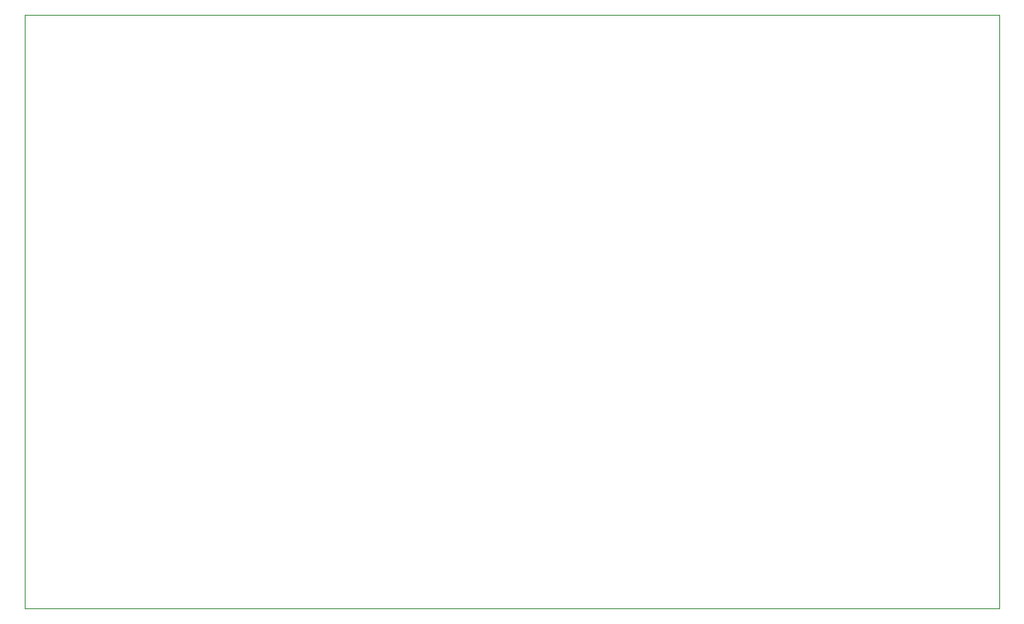
<source format=gm1>
G04 #@! TF.GenerationSoftware,KiCad,Pcbnew,(5.1.10)-1*
G04 #@! TF.CreationDate,2021-09-04T13:32:15+03:00*
G04 #@! TF.ProjectId,amp_control_board,616d705f-636f-46e7-9472-6f6c5f626f61,rev?*
G04 #@! TF.SameCoordinates,Original*
G04 #@! TF.FileFunction,Profile,NP*
%FSLAX46Y46*%
G04 Gerber Fmt 4.6, Leading zero omitted, Abs format (unit mm)*
G04 Created by KiCad (PCBNEW (5.1.10)-1) date 2021-09-04 13:32:15*
%MOMM*%
%LPD*%
G01*
G04 APERTURE LIST*
G04 #@! TA.AperFunction,Profile*
%ADD10C,0.100000*%
G04 #@! TD*
G04 APERTURE END LIST*
D10*
X127000000Y-66040000D02*
X227076000Y-66040000D01*
X127000000Y-127000000D02*
X227076000Y-127000000D01*
X227076000Y-127000000D02*
X227076000Y-66040000D01*
X127000000Y-127000000D02*
X127000000Y-66040000D01*
M02*

</source>
